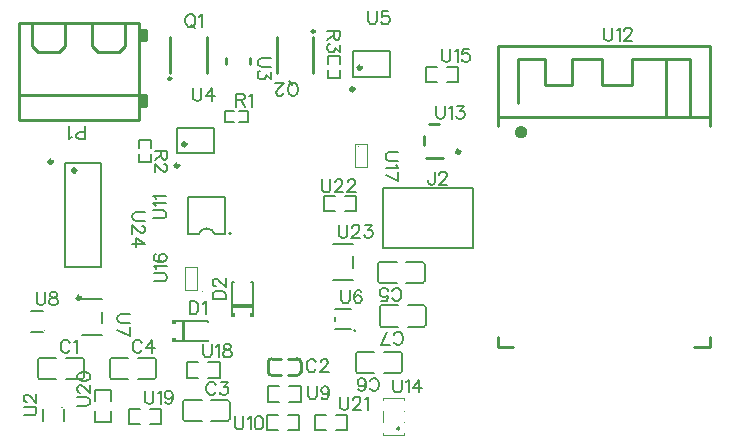
<source format=gto>
G04 Layer: TopSilkscreenLayer*
G04 EasyEDA v6.5.46, 2025-04-11 15:52:01*
G04 898f7cb4de8248389c9d67f31726504a,899b5eb0d7ee4baeb7bb73a579ea36e5,10*
G04 Gerber Generator version 0.2*
G04 Scale: 100 percent, Rotated: No, Reflected: No *
G04 Dimensions in millimeters *
G04 leading zeros omitted , absolute positions ,4 integer and 5 decimal *
%FSLAX45Y45*%
%MOMM*%

%ADD10C,0.1524*%
%ADD11C,0.2540*%
%ADD12C,0.2032*%
%ADD13C,0.2000*%
%ADD14C,0.1500*%
%ADD15C,0.1000*%
%ADD16C,0.3000*%
%ADD17C,0.0113*%

%LPD*%
D10*
X712978Y-2869692D02*
G01*
X707644Y-2859278D01*
X697229Y-2848863D01*
X687070Y-2843784D01*
X666242Y-2843784D01*
X655828Y-2848863D01*
X645413Y-2859278D01*
X640079Y-2869692D01*
X635000Y-2885439D01*
X635000Y-2911347D01*
X640079Y-2926842D01*
X645413Y-2937255D01*
X655828Y-2947670D01*
X666242Y-2952750D01*
X687070Y-2952750D01*
X697229Y-2947670D01*
X707644Y-2937255D01*
X712978Y-2926842D01*
X747268Y-2864612D02*
G01*
X757681Y-2859278D01*
X773176Y-2843784D01*
X773176Y-2952750D01*
X1944877Y-3225292D02*
G01*
X1939543Y-3214878D01*
X1929129Y-3204463D01*
X1918970Y-3199384D01*
X1898142Y-3199384D01*
X1887728Y-3204463D01*
X1877313Y-3214878D01*
X1871979Y-3225292D01*
X1866900Y-3241039D01*
X1866900Y-3266947D01*
X1871979Y-3282442D01*
X1877313Y-3292855D01*
X1887728Y-3303270D01*
X1898142Y-3308350D01*
X1918970Y-3308350D01*
X1929129Y-3303270D01*
X1939543Y-3292855D01*
X1944877Y-3282442D01*
X1989581Y-3199384D02*
G01*
X2046731Y-3199384D01*
X2015490Y-3241039D01*
X2030984Y-3241039D01*
X2041397Y-3246120D01*
X2046731Y-3251200D01*
X2051811Y-3266947D01*
X2051811Y-3277362D01*
X2046731Y-3292855D01*
X2036318Y-3303270D01*
X2020570Y-3308350D01*
X2005075Y-3308350D01*
X1989581Y-3303270D01*
X1984247Y-3298189D01*
X1979168Y-3287776D01*
X1322578Y-2869692D02*
G01*
X1317244Y-2859278D01*
X1306829Y-2848863D01*
X1296670Y-2843784D01*
X1275842Y-2843784D01*
X1265428Y-2848863D01*
X1255013Y-2859278D01*
X1249679Y-2869692D01*
X1244600Y-2885439D01*
X1244600Y-2911347D01*
X1249679Y-2926842D01*
X1255013Y-2937255D01*
X1265428Y-2947670D01*
X1275842Y-2952750D01*
X1296670Y-2952750D01*
X1306829Y-2947670D01*
X1317244Y-2937255D01*
X1322578Y-2926842D01*
X1408684Y-2843784D02*
G01*
X1356868Y-2916428D01*
X1434845Y-2916428D01*
X1408684Y-2843784D02*
G01*
X1408684Y-2952750D01*
X3439922Y-2489707D02*
G01*
X3445256Y-2500121D01*
X3455670Y-2510536D01*
X3465829Y-2515615D01*
X3486658Y-2515615D01*
X3497072Y-2510536D01*
X3507486Y-2500121D01*
X3512820Y-2489707D01*
X3517900Y-2473960D01*
X3517900Y-2448052D01*
X3512820Y-2432557D01*
X3507486Y-2422144D01*
X3497072Y-2411729D01*
X3486658Y-2406650D01*
X3465829Y-2406650D01*
X3455670Y-2411729D01*
X3445256Y-2422144D01*
X3439922Y-2432557D01*
X3343402Y-2515615D02*
G01*
X3395218Y-2515615D01*
X3400552Y-2468879D01*
X3395218Y-2473960D01*
X3379724Y-2479294D01*
X3364229Y-2479294D01*
X3348481Y-2473960D01*
X3338068Y-2463800D01*
X3332988Y-2448052D01*
X3332988Y-2437637D01*
X3338068Y-2422144D01*
X3348481Y-2411729D01*
X3364229Y-2406650D01*
X3379724Y-2406650D01*
X3395218Y-2411729D01*
X3400552Y-2416810D01*
X3405631Y-2427223D01*
X3249422Y-3251707D02*
G01*
X3254756Y-3262121D01*
X3265170Y-3272536D01*
X3275329Y-3277615D01*
X3296158Y-3277615D01*
X3306572Y-3272536D01*
X3316986Y-3262121D01*
X3322320Y-3251707D01*
X3327400Y-3235960D01*
X3327400Y-3210052D01*
X3322320Y-3194557D01*
X3316986Y-3184144D01*
X3306572Y-3173729D01*
X3296158Y-3168650D01*
X3275329Y-3168650D01*
X3265170Y-3173729D01*
X3254756Y-3184144D01*
X3249422Y-3194557D01*
X3152902Y-3262121D02*
G01*
X3157981Y-3272536D01*
X3173729Y-3277615D01*
X3183890Y-3277615D01*
X3199638Y-3272536D01*
X3210052Y-3256787D01*
X3215131Y-3230879D01*
X3215131Y-3204971D01*
X3210052Y-3184144D01*
X3199638Y-3173729D01*
X3183890Y-3168650D01*
X3178809Y-3168650D01*
X3163315Y-3173729D01*
X3152902Y-3184144D01*
X3147568Y-3199637D01*
X3147568Y-3204971D01*
X3152902Y-3220465D01*
X3163315Y-3230879D01*
X3178809Y-3235960D01*
X3183890Y-3235960D01*
X3199638Y-3230879D01*
X3210052Y-3220465D01*
X3215131Y-3204971D01*
X3452622Y-2858007D02*
G01*
X3457956Y-2868421D01*
X3468370Y-2878836D01*
X3478529Y-2883915D01*
X3499358Y-2883915D01*
X3509772Y-2878836D01*
X3520186Y-2868421D01*
X3525520Y-2858007D01*
X3530600Y-2842260D01*
X3530600Y-2816352D01*
X3525520Y-2800857D01*
X3520186Y-2790444D01*
X3509772Y-2780029D01*
X3499358Y-2774950D01*
X3478529Y-2774950D01*
X3468370Y-2780029D01*
X3457956Y-2790444D01*
X3452622Y-2800857D01*
X3345688Y-2883915D02*
G01*
X3397504Y-2774950D01*
X3418331Y-2883915D02*
G01*
X3345688Y-2883915D01*
X2795777Y-3034792D02*
G01*
X2790443Y-3024378D01*
X2780029Y-3013963D01*
X2769870Y-3008884D01*
X2749041Y-3008884D01*
X2738627Y-3013963D01*
X2728213Y-3024378D01*
X2722879Y-3034792D01*
X2717800Y-3050539D01*
X2717800Y-3076447D01*
X2722879Y-3091942D01*
X2728213Y-3102355D01*
X2738627Y-3112770D01*
X2749041Y-3117850D01*
X2769870Y-3117850D01*
X2780029Y-3112770D01*
X2790443Y-3102355D01*
X2795777Y-3091942D01*
X2835147Y-3034792D02*
G01*
X2835147Y-3029712D01*
X2840481Y-3019297D01*
X2845561Y-3013963D01*
X2855975Y-3008884D01*
X2876804Y-3008884D01*
X2887218Y-3013963D01*
X2892297Y-3019297D01*
X2897631Y-3029712D01*
X2897631Y-3040126D01*
X2892297Y-3050539D01*
X2881884Y-3066034D01*
X2830068Y-3117850D01*
X2902711Y-3117850D01*
X1727210Y-2517051D02*
G01*
X1727210Y-2626017D01*
X1727210Y-2517051D02*
G01*
X1763532Y-2517051D01*
X1779280Y-2522131D01*
X1789440Y-2532545D01*
X1794774Y-2542959D01*
X1799854Y-2558707D01*
X1799854Y-2584615D01*
X1794774Y-2600109D01*
X1789440Y-2610523D01*
X1779280Y-2620937D01*
X1763532Y-2626017D01*
X1727210Y-2626017D01*
X1834144Y-2537879D02*
G01*
X1844558Y-2532545D01*
X1860306Y-2517051D01*
X1860306Y-2626017D01*
X1920151Y-2501889D02*
G01*
X2029117Y-2501889D01*
X1920151Y-2501889D02*
G01*
X1920151Y-2465567D01*
X1925231Y-2449819D01*
X1935645Y-2439659D01*
X1946059Y-2434325D01*
X1961807Y-2429245D01*
X1987715Y-2429245D01*
X2003209Y-2434325D01*
X2013623Y-2439659D01*
X2024037Y-2449819D01*
X2029117Y-2465567D01*
X2029117Y-2501889D01*
X1946059Y-2389621D02*
G01*
X1940979Y-2389621D01*
X1930565Y-2384541D01*
X1925231Y-2379207D01*
X1920151Y-2368793D01*
X1920151Y-2348219D01*
X1925231Y-2337805D01*
X1930565Y-2332471D01*
X1940979Y-2327391D01*
X1951393Y-2327391D01*
X1961807Y-2332471D01*
X1977301Y-2342885D01*
X2029117Y-2394955D01*
X2029117Y-2322057D01*
X3798570Y-1421384D02*
G01*
X3798570Y-1504442D01*
X3793236Y-1520189D01*
X3788156Y-1525270D01*
X3777741Y-1530350D01*
X3767327Y-1530350D01*
X3756913Y-1525270D01*
X3751579Y-1520189D01*
X3746500Y-1504442D01*
X3746500Y-1494028D01*
X3837940Y-1447292D02*
G01*
X3837940Y-1442212D01*
X3843020Y-1431797D01*
X3848354Y-1426463D01*
X3858768Y-1421384D01*
X3879595Y-1421384D01*
X3890009Y-1426463D01*
X3895090Y-1431797D01*
X3900170Y-1442212D01*
X3900170Y-1452626D01*
X3895090Y-1463039D01*
X3884675Y-1478534D01*
X3832859Y-1530350D01*
X3905504Y-1530350D01*
X838200Y-1144015D02*
G01*
X838200Y-1035050D01*
X838200Y-1144015D02*
G01*
X791463Y-1144015D01*
X775970Y-1138936D01*
X770636Y-1133602D01*
X765555Y-1123187D01*
X765555Y-1107694D01*
X770636Y-1097279D01*
X775970Y-1092200D01*
X791463Y-1086865D01*
X838200Y-1086865D01*
X731265Y-1123187D02*
G01*
X720852Y-1128521D01*
X705104Y-1144015D01*
X705104Y-1035050D01*
X1720342Y-87871D02*
G01*
X1709928Y-92951D01*
X1699513Y-103365D01*
X1694179Y-113779D01*
X1689100Y-129527D01*
X1689100Y-155435D01*
X1694179Y-170929D01*
X1699513Y-181343D01*
X1709928Y-191757D01*
X1720342Y-196837D01*
X1741170Y-196837D01*
X1751329Y-191757D01*
X1761744Y-181343D01*
X1767078Y-170929D01*
X1772157Y-155435D01*
X1772157Y-129527D01*
X1767078Y-113779D01*
X1761744Y-103365D01*
X1751329Y-92951D01*
X1741170Y-87871D01*
X1720342Y-87871D01*
X1735836Y-176263D02*
G01*
X1767078Y-207251D01*
X1806447Y-108699D02*
G01*
X1816862Y-103365D01*
X1832610Y-87871D01*
X1832610Y-196837D01*
X2610358Y-775728D02*
G01*
X2620772Y-770648D01*
X2631186Y-760234D01*
X2636520Y-749820D01*
X2641600Y-734072D01*
X2641600Y-708164D01*
X2636520Y-692670D01*
X2631186Y-682256D01*
X2620772Y-671842D01*
X2610358Y-666762D01*
X2589529Y-666762D01*
X2579370Y-671842D01*
X2568956Y-682256D01*
X2563622Y-692670D01*
X2558541Y-708164D01*
X2558541Y-734072D01*
X2563622Y-749820D01*
X2568956Y-760234D01*
X2579370Y-770648D01*
X2589529Y-775728D01*
X2610358Y-775728D01*
X2594863Y-687336D02*
G01*
X2563622Y-656348D01*
X2518918Y-749820D02*
G01*
X2518918Y-754900D01*
X2513838Y-765314D01*
X2508504Y-770648D01*
X2498090Y-775728D01*
X2477515Y-775728D01*
X2467102Y-770648D01*
X2461768Y-765314D01*
X2456688Y-754900D01*
X2456688Y-744486D01*
X2461768Y-734072D01*
X2472181Y-718578D01*
X2524252Y-666762D01*
X2451354Y-666762D01*
X2120900Y-760984D02*
G01*
X2120900Y-869950D01*
X2120900Y-760984D02*
G01*
X2167636Y-760984D01*
X2183129Y-766063D01*
X2188463Y-771397D01*
X2193543Y-781812D01*
X2193543Y-792226D01*
X2188463Y-802639D01*
X2183129Y-807720D01*
X2167636Y-812800D01*
X2120900Y-812800D01*
X2157222Y-812800D02*
G01*
X2193543Y-869950D01*
X2227834Y-781812D02*
G01*
X2238247Y-776478D01*
X2253995Y-760984D01*
X2253995Y-869950D01*
X1537715Y-1244600D02*
G01*
X1428750Y-1244600D01*
X1537715Y-1244600D02*
G01*
X1537715Y-1291336D01*
X1532636Y-1306829D01*
X1527302Y-1312163D01*
X1516887Y-1317244D01*
X1506473Y-1317244D01*
X1496060Y-1312163D01*
X1490979Y-1306829D01*
X1485900Y-1291336D01*
X1485900Y-1244600D01*
X1485900Y-1280921D02*
G01*
X1428750Y-1317244D01*
X1511807Y-1356868D02*
G01*
X1516887Y-1356868D01*
X1527302Y-1361947D01*
X1532636Y-1367281D01*
X1537715Y-1377695D01*
X1537715Y-1398270D01*
X1532636Y-1408684D01*
X1527302Y-1414018D01*
X1516887Y-1419097D01*
X1506473Y-1419097D01*
X1496060Y-1414018D01*
X1480565Y-1403604D01*
X1428750Y-1351534D01*
X1428750Y-1424431D01*
X2998215Y-228600D02*
G01*
X2889250Y-228600D01*
X2998215Y-228600D02*
G01*
X2998215Y-275336D01*
X2993136Y-290829D01*
X2987802Y-296163D01*
X2977388Y-301244D01*
X2966974Y-301244D01*
X2956559Y-296163D01*
X2951479Y-290829D01*
X2946400Y-275336D01*
X2946400Y-228600D01*
X2946400Y-264921D02*
G01*
X2889250Y-301244D01*
X2998215Y-345947D02*
G01*
X2998215Y-403097D01*
X2956559Y-372110D01*
X2956559Y-387604D01*
X2951479Y-398018D01*
X2946400Y-403097D01*
X2930652Y-408431D01*
X2920238Y-408431D01*
X2904743Y-403097D01*
X2894329Y-392684D01*
X2889250Y-377189D01*
X2889250Y-361695D01*
X2894329Y-345947D01*
X2899409Y-340868D01*
X2909824Y-335534D01*
X318782Y-3482098D02*
G01*
X396760Y-3482098D01*
X412254Y-3477018D01*
X422668Y-3466604D01*
X427748Y-3450856D01*
X427748Y-3440442D01*
X422668Y-3424948D01*
X412254Y-3414534D01*
X396760Y-3409454D01*
X318782Y-3409454D01*
X344690Y-3369830D02*
G01*
X339610Y-3369830D01*
X329196Y-3364750D01*
X323862Y-3359416D01*
X318782Y-3349002D01*
X318782Y-3328428D01*
X323862Y-3318014D01*
X329196Y-3312680D01*
X339610Y-3307600D01*
X350024Y-3307600D01*
X360438Y-3312680D01*
X375932Y-3323094D01*
X427748Y-3375164D01*
X427748Y-3302266D01*
X429501Y-2439682D02*
G01*
X429501Y-2517660D01*
X434581Y-2533154D01*
X444995Y-2543568D01*
X460743Y-2548648D01*
X471157Y-2548648D01*
X486651Y-2543568D01*
X497065Y-2533154D01*
X502145Y-2517660D01*
X502145Y-2439682D01*
X562597Y-2439682D02*
G01*
X546849Y-2444762D01*
X541769Y-2455176D01*
X541769Y-2465590D01*
X546849Y-2476004D01*
X557263Y-2481338D01*
X578091Y-2486418D01*
X593585Y-2491498D01*
X603999Y-2501912D01*
X609333Y-2512326D01*
X609333Y-2528074D01*
X603999Y-2538488D01*
X598919Y-2543568D01*
X583171Y-2548648D01*
X562597Y-2548648D01*
X546849Y-2543568D01*
X541769Y-2538488D01*
X536435Y-2528074D01*
X536435Y-2512326D01*
X541769Y-2501912D01*
X552183Y-2491498D01*
X567677Y-2486418D01*
X588505Y-2481338D01*
X598919Y-2476004D01*
X603999Y-2465590D01*
X603999Y-2455176D01*
X598919Y-2444762D01*
X583171Y-2439682D01*
X562597Y-2439682D01*
X2411806Y-459397D02*
G01*
X2333828Y-459397D01*
X2318334Y-464477D01*
X2307920Y-474891D01*
X2302840Y-490639D01*
X2302840Y-501053D01*
X2307920Y-516547D01*
X2318334Y-526961D01*
X2333828Y-532041D01*
X2411806Y-532041D01*
X2411806Y-576745D02*
G01*
X2411806Y-633895D01*
X2370150Y-602907D01*
X2370150Y-618401D01*
X2365070Y-628815D01*
X2359990Y-633895D01*
X2344242Y-639229D01*
X2333828Y-639229D01*
X2318334Y-633895D01*
X2307920Y-623481D01*
X2302840Y-607987D01*
X2302840Y-592493D01*
X2307920Y-576745D01*
X2313000Y-571665D01*
X2323414Y-566331D01*
X1752600Y-710184D02*
G01*
X1752600Y-788162D01*
X1757679Y-803655D01*
X1768094Y-814070D01*
X1783842Y-819150D01*
X1794255Y-819150D01*
X1809750Y-814070D01*
X1820163Y-803655D01*
X1825244Y-788162D01*
X1825244Y-710184D01*
X1911604Y-710184D02*
G01*
X1859534Y-782828D01*
X1937511Y-782828D01*
X1911604Y-710184D02*
G01*
X1911604Y-819150D01*
X3238500Y-62484D02*
G01*
X3238500Y-140462D01*
X3243579Y-155955D01*
X3253993Y-166370D01*
X3269741Y-171450D01*
X3280156Y-171450D01*
X3295650Y-166370D01*
X3306063Y-155955D01*
X3311143Y-140462D01*
X3311143Y-62484D01*
X3407918Y-62484D02*
G01*
X3355847Y-62484D01*
X3350768Y-109220D01*
X3355847Y-104139D01*
X3371595Y-98805D01*
X3387090Y-98805D01*
X3402584Y-104139D01*
X3412997Y-114300D01*
X3418331Y-130047D01*
X3418331Y-140462D01*
X3412997Y-155955D01*
X3402584Y-166370D01*
X3387090Y-171450D01*
X3371595Y-171450D01*
X3355847Y-166370D01*
X3350768Y-161289D01*
X3345434Y-150876D01*
X3010408Y-2424696D02*
G01*
X3010408Y-2502674D01*
X3015488Y-2518168D01*
X3025902Y-2528582D01*
X3041650Y-2533662D01*
X3052063Y-2533662D01*
X3067558Y-2528582D01*
X3077972Y-2518168D01*
X3083052Y-2502674D01*
X3083052Y-2424696D01*
X3179825Y-2440190D02*
G01*
X3174491Y-2429776D01*
X3158997Y-2424696D01*
X3148584Y-2424696D01*
X3133090Y-2429776D01*
X3122675Y-2445524D01*
X3117341Y-2471432D01*
X3117341Y-2497340D01*
X3122675Y-2518168D01*
X3133090Y-2528582D01*
X3148584Y-2533662D01*
X3153918Y-2533662D01*
X3169411Y-2528582D01*
X3179825Y-2518168D01*
X3184906Y-2502674D01*
X3184906Y-2497340D01*
X3179825Y-2481846D01*
X3169411Y-2471432D01*
X3153918Y-2466352D01*
X3148584Y-2466352D01*
X3133090Y-2471432D01*
X3122675Y-2481846D01*
X3117341Y-2497340D01*
X1220215Y-2628900D02*
G01*
X1142237Y-2628900D01*
X1126744Y-2633979D01*
X1116329Y-2644394D01*
X1111250Y-2660142D01*
X1111250Y-2670555D01*
X1116329Y-2686050D01*
X1126744Y-2696463D01*
X1142237Y-2701544D01*
X1220215Y-2701544D01*
X1220215Y-2808731D02*
G01*
X1111250Y-2756662D01*
X1220215Y-2735834D02*
G01*
X1220215Y-2808731D01*
X2730500Y-3237484D02*
G01*
X2730500Y-3315462D01*
X2735579Y-3330955D01*
X2745993Y-3341370D01*
X2761741Y-3346450D01*
X2772156Y-3346450D01*
X2787650Y-3341370D01*
X2798063Y-3330955D01*
X2803143Y-3315462D01*
X2803143Y-3237484D01*
X2904997Y-3273805D02*
G01*
X2899918Y-3289300D01*
X2889504Y-3299713D01*
X2874009Y-3305047D01*
X2868675Y-3305047D01*
X2853181Y-3299713D01*
X2842768Y-3289300D01*
X2837434Y-3273805D01*
X2837434Y-3268726D01*
X2842768Y-3252978D01*
X2853181Y-3242563D01*
X2868675Y-3237484D01*
X2874009Y-3237484D01*
X2889504Y-3242563D01*
X2899918Y-3252978D01*
X2904997Y-3273805D01*
X2904997Y-3299713D01*
X2899918Y-3325876D01*
X2889504Y-3341370D01*
X2874009Y-3346450D01*
X2863595Y-3346450D01*
X2847847Y-3341370D01*
X2842768Y-3330955D01*
X2108200Y-3491484D02*
G01*
X2108200Y-3569462D01*
X2113279Y-3584955D01*
X2123693Y-3595370D01*
X2139441Y-3600450D01*
X2149856Y-3600450D01*
X2165350Y-3595370D01*
X2175763Y-3584955D01*
X2180843Y-3569462D01*
X2180843Y-3491484D01*
X2215134Y-3512312D02*
G01*
X2225547Y-3506978D01*
X2241295Y-3491484D01*
X2241295Y-3600450D01*
X2306574Y-3491484D02*
G01*
X2291079Y-3496563D01*
X2280665Y-3512312D01*
X2275586Y-3538220D01*
X2275586Y-3553713D01*
X2280665Y-3579876D01*
X2291079Y-3595370D01*
X2306574Y-3600450D01*
X2316988Y-3600450D01*
X2332736Y-3595370D01*
X2343150Y-3579876D01*
X2348229Y-3553713D01*
X2348229Y-3538220D01*
X2343150Y-3512312D01*
X2332736Y-3496563D01*
X2316988Y-3491484D01*
X2306574Y-3491484D01*
X3860800Y-379984D02*
G01*
X3860800Y-457962D01*
X3865879Y-473455D01*
X3876293Y-483870D01*
X3892041Y-488950D01*
X3902456Y-488950D01*
X3917950Y-483870D01*
X3928363Y-473455D01*
X3933443Y-457962D01*
X3933443Y-379984D01*
X3967734Y-400812D02*
G01*
X3978147Y-395478D01*
X3993895Y-379984D01*
X3993895Y-488950D01*
X4090415Y-379984D02*
G01*
X4038600Y-379984D01*
X4033265Y-426720D01*
X4038600Y-421639D01*
X4054093Y-416305D01*
X4069588Y-416305D01*
X4085336Y-421639D01*
X4095750Y-431800D01*
X4100829Y-447547D01*
X4100829Y-457962D01*
X4095750Y-473455D01*
X4085336Y-483870D01*
X4069588Y-488950D01*
X4054093Y-488950D01*
X4038600Y-483870D01*
X4033265Y-478789D01*
X4028186Y-468376D01*
X1841500Y-2881884D02*
G01*
X1841500Y-2959862D01*
X1846579Y-2975355D01*
X1856994Y-2985770D01*
X1872742Y-2990850D01*
X1883155Y-2990850D01*
X1898650Y-2985770D01*
X1909063Y-2975355D01*
X1914144Y-2959862D01*
X1914144Y-2881884D01*
X1948434Y-2902712D02*
G01*
X1958847Y-2897378D01*
X1974595Y-2881884D01*
X1974595Y-2990850D01*
X2034793Y-2881884D02*
G01*
X2019300Y-2886963D01*
X2013965Y-2897378D01*
X2013965Y-2907792D01*
X2019300Y-2918205D01*
X2029459Y-2923539D01*
X2050288Y-2928620D01*
X2066036Y-2933700D01*
X2076450Y-2944113D01*
X2081529Y-2954528D01*
X2081529Y-2970276D01*
X2076450Y-2980689D01*
X2071115Y-2985770D01*
X2055622Y-2990850D01*
X2034793Y-2990850D01*
X2019300Y-2985770D01*
X2013965Y-2980689D01*
X2008886Y-2970276D01*
X2008886Y-2954528D01*
X2013965Y-2944113D01*
X2024379Y-2933700D01*
X2039874Y-2928620D01*
X2060702Y-2923539D01*
X2071115Y-2918205D01*
X2076450Y-2907792D01*
X2076450Y-2897378D01*
X2071115Y-2886963D01*
X2055622Y-2881884D01*
X2034793Y-2881884D01*
X1346200Y-3275584D02*
G01*
X1346200Y-3353562D01*
X1351279Y-3369055D01*
X1361694Y-3379470D01*
X1377442Y-3384550D01*
X1387855Y-3384550D01*
X1403350Y-3379470D01*
X1413763Y-3369055D01*
X1418844Y-3353562D01*
X1418844Y-3275584D01*
X1453134Y-3296412D02*
G01*
X1463547Y-3291078D01*
X1479295Y-3275584D01*
X1479295Y-3384550D01*
X1581150Y-3311905D02*
G01*
X1575815Y-3327400D01*
X1565402Y-3337813D01*
X1549907Y-3343147D01*
X1544573Y-3343147D01*
X1529079Y-3337813D01*
X1518665Y-3327400D01*
X1513586Y-3311905D01*
X1513586Y-3306826D01*
X1518665Y-3291078D01*
X1529079Y-3280663D01*
X1544573Y-3275584D01*
X1549907Y-3275584D01*
X1565402Y-3280663D01*
X1575815Y-3291078D01*
X1581150Y-3311905D01*
X1581150Y-3337813D01*
X1575815Y-3363976D01*
X1565402Y-3379470D01*
X1549907Y-3384550D01*
X1539494Y-3384550D01*
X1524000Y-3379470D01*
X1518665Y-3369055D01*
X773684Y-3403600D02*
G01*
X851662Y-3403600D01*
X867155Y-3398520D01*
X877570Y-3388105D01*
X882650Y-3372357D01*
X882650Y-3361944D01*
X877570Y-3346450D01*
X867155Y-3336036D01*
X851662Y-3330955D01*
X773684Y-3330955D01*
X799592Y-3291331D02*
G01*
X794512Y-3291331D01*
X784097Y-3286252D01*
X778763Y-3280918D01*
X773684Y-3270504D01*
X773684Y-3249929D01*
X778763Y-3239515D01*
X784097Y-3234181D01*
X794512Y-3229102D01*
X804926Y-3229102D01*
X815339Y-3234181D01*
X830834Y-3244595D01*
X882650Y-3296665D01*
X882650Y-3223768D01*
X773684Y-3158489D02*
G01*
X778763Y-3173984D01*
X794512Y-3184397D01*
X820420Y-3189478D01*
X835913Y-3189478D01*
X862076Y-3184397D01*
X877570Y-3173984D01*
X882650Y-3158489D01*
X882650Y-3148076D01*
X877570Y-3132328D01*
X862076Y-3121913D01*
X835913Y-3116834D01*
X820420Y-3116834D01*
X794512Y-3121913D01*
X778763Y-3132328D01*
X773684Y-3148076D01*
X773684Y-3158489D01*
X2997200Y-3326384D02*
G01*
X2997200Y-3404362D01*
X3002279Y-3419855D01*
X3012693Y-3430270D01*
X3028441Y-3435350D01*
X3038856Y-3435350D01*
X3054350Y-3430270D01*
X3064763Y-3419855D01*
X3069843Y-3404362D01*
X3069843Y-3326384D01*
X3109468Y-3352292D02*
G01*
X3109468Y-3347212D01*
X3114547Y-3336797D01*
X3119881Y-3331463D01*
X3130295Y-3326384D01*
X3150870Y-3326384D01*
X3161284Y-3331463D01*
X3166618Y-3336797D01*
X3171697Y-3347212D01*
X3171697Y-3357626D01*
X3166618Y-3368039D01*
X3156204Y-3383534D01*
X3104134Y-3435350D01*
X3177031Y-3435350D01*
X3211322Y-3347212D02*
G01*
X3221736Y-3341878D01*
X3237229Y-3326384D01*
X3237229Y-3435350D01*
X2844800Y-1484884D02*
G01*
X2844800Y-1562862D01*
X2849879Y-1578355D01*
X2860293Y-1588770D01*
X2876041Y-1593850D01*
X2886456Y-1593850D01*
X2901950Y-1588770D01*
X2912363Y-1578355D01*
X2917443Y-1562862D01*
X2917443Y-1484884D01*
X2957068Y-1510792D02*
G01*
X2957068Y-1505712D01*
X2962147Y-1495297D01*
X2967481Y-1489963D01*
X2977895Y-1484884D01*
X2998470Y-1484884D01*
X3008884Y-1489963D01*
X3014218Y-1495297D01*
X3019297Y-1505712D01*
X3019297Y-1516126D01*
X3014218Y-1526539D01*
X3003804Y-1542034D01*
X2951734Y-1593850D01*
X3024631Y-1593850D01*
X3064002Y-1510792D02*
G01*
X3064002Y-1505712D01*
X3069336Y-1495297D01*
X3074415Y-1489963D01*
X3084829Y-1484884D01*
X3105658Y-1484884D01*
X3116072Y-1489963D01*
X3121152Y-1495297D01*
X3126486Y-1505712D01*
X3126486Y-1516126D01*
X3121152Y-1526539D01*
X3110738Y-1542034D01*
X3058922Y-1593850D01*
X3131565Y-1593850D01*
X1418132Y-1816341D02*
G01*
X1496110Y-1816341D01*
X1511604Y-1811261D01*
X1522018Y-1800847D01*
X1527098Y-1785099D01*
X1527098Y-1774685D01*
X1522018Y-1759191D01*
X1511604Y-1748777D01*
X1496110Y-1743697D01*
X1418132Y-1743697D01*
X1438960Y-1709407D02*
G01*
X1433626Y-1698993D01*
X1418132Y-1683245D01*
X1527098Y-1683245D01*
X1438960Y-1648955D02*
G01*
X1433626Y-1638541D01*
X1418132Y-1623047D01*
X1527098Y-1623047D01*
X5232400Y-201688D02*
G01*
X5232400Y-279666D01*
X5237479Y-295160D01*
X5247893Y-305574D01*
X5263641Y-310654D01*
X5274056Y-310654D01*
X5289550Y-305574D01*
X5299963Y-295160D01*
X5305043Y-279666D01*
X5305043Y-201688D01*
X5339334Y-222516D02*
G01*
X5349747Y-217182D01*
X5365495Y-201688D01*
X5365495Y-310654D01*
X5404865Y-227596D02*
G01*
X5404865Y-222516D01*
X5410200Y-212102D01*
X5415279Y-206768D01*
X5425693Y-201688D01*
X5446522Y-201688D01*
X5456936Y-206768D01*
X5462015Y-212102D01*
X5467350Y-222516D01*
X5467350Y-232930D01*
X5462015Y-243344D01*
X5451602Y-258838D01*
X5399786Y-310654D01*
X5472429Y-310654D01*
X3812989Y-862495D02*
G01*
X3812989Y-940473D01*
X3818069Y-955967D01*
X3828483Y-966381D01*
X3844231Y-971461D01*
X3854645Y-971461D01*
X3870139Y-966381D01*
X3880553Y-955967D01*
X3885633Y-940473D01*
X3885633Y-862495D01*
X3919923Y-883323D02*
G01*
X3930337Y-877989D01*
X3946085Y-862495D01*
X3946085Y-971461D01*
X3990789Y-862495D02*
G01*
X4047939Y-862495D01*
X4016697Y-904151D01*
X4032191Y-904151D01*
X4042605Y-909231D01*
X4047939Y-914311D01*
X4053019Y-930059D01*
X4053019Y-940473D01*
X4047939Y-955967D01*
X4037525Y-966381D01*
X4021777Y-971461D01*
X4006283Y-971461D01*
X3990789Y-966381D01*
X3985455Y-961301D01*
X3980375Y-950887D01*
X3448011Y-3180308D02*
G01*
X3448011Y-3258286D01*
X3453091Y-3273780D01*
X3463505Y-3284194D01*
X3479253Y-3289274D01*
X3489667Y-3289274D01*
X3505161Y-3284194D01*
X3515575Y-3273780D01*
X3520655Y-3258286D01*
X3520655Y-3180308D01*
X3554945Y-3201136D02*
G01*
X3565359Y-3195802D01*
X3581107Y-3180308D01*
X3581107Y-3289274D01*
X3667213Y-3180308D02*
G01*
X3615397Y-3252952D01*
X3693121Y-3252952D01*
X3667213Y-3180308D02*
G01*
X3667213Y-3289274D01*
X1421384Y-2349500D02*
G01*
X1499362Y-2349500D01*
X1514855Y-2344420D01*
X1525270Y-2334005D01*
X1530350Y-2318257D01*
X1530350Y-2307844D01*
X1525270Y-2292350D01*
X1514855Y-2281936D01*
X1499362Y-2276855D01*
X1421384Y-2276855D01*
X1442212Y-2242565D02*
G01*
X1436878Y-2232152D01*
X1421384Y-2216404D01*
X1530350Y-2216404D01*
X1436878Y-2119884D02*
G01*
X1426463Y-2124963D01*
X1421384Y-2140712D01*
X1421384Y-2151126D01*
X1426463Y-2166620D01*
X1442212Y-2177034D01*
X1468120Y-2182113D01*
X1494028Y-2182113D01*
X1514855Y-2177034D01*
X1525270Y-2166620D01*
X1530350Y-2151126D01*
X1530350Y-2145792D01*
X1525270Y-2130297D01*
X1514855Y-2119884D01*
X1499362Y-2114550D01*
X1494028Y-2114550D01*
X1478534Y-2119884D01*
X1468120Y-2130297D01*
X1463039Y-2145792D01*
X1463039Y-2151126D01*
X1468120Y-2166620D01*
X1478534Y-2177034D01*
X1494028Y-2182113D01*
X3493515Y-1257300D02*
G01*
X3415538Y-1257300D01*
X3400043Y-1262379D01*
X3389629Y-1272794D01*
X3384550Y-1288542D01*
X3384550Y-1298955D01*
X3389629Y-1314450D01*
X3400043Y-1324863D01*
X3415538Y-1329944D01*
X3493515Y-1329944D01*
X3472688Y-1364234D02*
G01*
X3478022Y-1374647D01*
X3493515Y-1390395D01*
X3384550Y-1390395D01*
X3493515Y-1497329D02*
G01*
X3384550Y-1445260D01*
X3493515Y-1424686D02*
G01*
X3493515Y-1497329D01*
X2988104Y-1869475D02*
G01*
X2988104Y-1947453D01*
X2993184Y-1962947D01*
X3003598Y-1973361D01*
X3019346Y-1978441D01*
X3029760Y-1978441D01*
X3045254Y-1973361D01*
X3055668Y-1962947D01*
X3060748Y-1947453D01*
X3060748Y-1869475D01*
X3100372Y-1895383D02*
G01*
X3100372Y-1890303D01*
X3105452Y-1879889D01*
X3110786Y-1874555D01*
X3121200Y-1869475D01*
X3141774Y-1869475D01*
X3152188Y-1874555D01*
X3157522Y-1879889D01*
X3162602Y-1890303D01*
X3162602Y-1900717D01*
X3157522Y-1911131D01*
X3147108Y-1926625D01*
X3095038Y-1978441D01*
X3167936Y-1978441D01*
X3212640Y-1869475D02*
G01*
X3269790Y-1869475D01*
X3238548Y-1911131D01*
X3254042Y-1911131D01*
X3264456Y-1916211D01*
X3269790Y-1921291D01*
X3274870Y-1937039D01*
X3274870Y-1947453D01*
X3269790Y-1962947D01*
X3259376Y-1973361D01*
X3243628Y-1978441D01*
X3228134Y-1978441D01*
X3212640Y-1973361D01*
X3207306Y-1968281D01*
X3202226Y-1957867D01*
X1347210Y-1765300D02*
G01*
X1269232Y-1765300D01*
X1253738Y-1770379D01*
X1243324Y-1780794D01*
X1238244Y-1796542D01*
X1238244Y-1806955D01*
X1243324Y-1822450D01*
X1253738Y-1832863D01*
X1269232Y-1837944D01*
X1347210Y-1837944D01*
X1321302Y-1877568D02*
G01*
X1326382Y-1877568D01*
X1336796Y-1882647D01*
X1342130Y-1887981D01*
X1347210Y-1898395D01*
X1347210Y-1918970D01*
X1342130Y-1929384D01*
X1336796Y-1934718D01*
X1326382Y-1939797D01*
X1315968Y-1939797D01*
X1305554Y-1934718D01*
X1290060Y-1924304D01*
X1238244Y-1872234D01*
X1238244Y-1945131D01*
X1347210Y-2031237D02*
G01*
X1274566Y-1979421D01*
X1274566Y-2057400D01*
X1347210Y-2031237D02*
G01*
X1238244Y-2031237D01*
G36*
X1579422Y-2831846D02*
G01*
X1579422Y-2863850D01*
X1609902Y-2863850D01*
X1609902Y-2831846D01*
G37*
G36*
X1579422Y-2673350D02*
G01*
X1579422Y-2705354D01*
X1609902Y-2705354D01*
X1609902Y-2673350D01*
G37*
G36*
X1656892Y-2680614D02*
G01*
X1656892Y-2855823D01*
X1685899Y-2855823D01*
X1685899Y-2680614D01*
G37*
G36*
X2234946Y-2619197D02*
G01*
X2234946Y-2649677D01*
X2266950Y-2649677D01*
X2266950Y-2619197D01*
G37*
G36*
X2076450Y-2619197D02*
G01*
X2076450Y-2649677D01*
X2108454Y-2649677D01*
X2108454Y-2619197D01*
G37*
G36*
X2083714Y-2543200D02*
G01*
X2083714Y-2572207D01*
X2258923Y-2572207D01*
X2258923Y-2543200D01*
G37*
G36*
X1295400Y-219100D02*
G01*
X1295400Y-304800D01*
X1358900Y-304800D01*
X1358900Y-219100D01*
G37*
G36*
X1295400Y-774700D02*
G01*
X1295400Y-863600D01*
X1298600Y-860399D01*
X1358900Y-860399D01*
X1358900Y-774700D01*
G37*
G36*
X4532376Y-1031036D02*
G01*
X4525772Y-1031443D01*
X4519269Y-1032713D01*
X4512919Y-1034745D01*
X4506925Y-1037590D01*
X4501337Y-1041146D01*
X4496206Y-1045362D01*
X4491685Y-1050188D01*
X4487773Y-1055573D01*
X4484573Y-1061415D01*
X4482134Y-1067562D01*
X4480458Y-1074013D01*
X4479645Y-1080566D01*
X4479645Y-1087221D01*
X4480458Y-1093825D01*
X4482134Y-1100226D01*
X4484573Y-1106424D01*
X4487773Y-1112215D01*
X4491685Y-1117600D01*
X4496206Y-1122426D01*
X4501337Y-1126642D01*
X4506925Y-1130198D01*
X4512919Y-1133043D01*
X4519269Y-1135075D01*
X4525772Y-1136345D01*
X4532376Y-1136751D01*
X4539030Y-1136345D01*
X4545533Y-1135075D01*
X4551883Y-1133043D01*
X4557877Y-1130198D01*
X4563465Y-1126642D01*
X4568596Y-1122426D01*
X4573117Y-1117600D01*
X4577029Y-1112215D01*
X4580229Y-1106424D01*
X4582668Y-1100226D01*
X4584344Y-1093825D01*
X4585157Y-1087221D01*
X4585157Y-1080566D01*
X4584344Y-1074013D01*
X4582668Y-1067562D01*
X4580229Y-1061415D01*
X4577029Y-1055573D01*
X4573117Y-1050188D01*
X4568596Y-1045362D01*
X4563465Y-1041146D01*
X4557877Y-1037590D01*
X4551883Y-1034745D01*
X4545533Y-1032713D01*
X4539030Y-1031443D01*
G37*
G36*
X3491534Y-3576218D02*
G01*
X3487724Y-3576828D01*
X3485896Y-3577437D01*
X3482492Y-3579266D01*
X3479596Y-3581806D01*
X3477260Y-3584905D01*
X3475685Y-3588410D01*
X3474872Y-3592169D01*
X3474872Y-3596030D01*
X3475685Y-3599789D01*
X3477260Y-3603294D01*
X3479596Y-3606393D01*
X3482492Y-3608933D01*
X3485896Y-3610762D01*
X3489604Y-3611778D01*
X3493465Y-3611981D01*
X3497275Y-3611372D01*
X3499104Y-3610762D01*
X3502507Y-3608933D01*
X3505403Y-3606393D01*
X3507740Y-3603294D01*
X3508654Y-3601618D01*
X3509822Y-3597960D01*
X3510178Y-3594100D01*
X3509822Y-3590239D01*
X3508654Y-3586581D01*
X3506673Y-3583279D01*
X3504031Y-3580434D01*
X3500831Y-3578301D01*
X3499104Y-3577437D01*
X3495395Y-3576421D01*
G37*
X816119Y-2995739D02*
G01*
X675119Y-2995739D01*
X675119Y-3176460D02*
G01*
X816119Y-3176460D01*
X831359Y-3161220D02*
G01*
X831359Y-3010979D01*
X453880Y-2995739D02*
G01*
X594880Y-2995739D01*
X594880Y-3176460D02*
G01*
X453880Y-3176460D01*
X438640Y-3161220D02*
G01*
X438640Y-3010979D01*
X2048019Y-3351339D02*
G01*
X1907019Y-3351339D01*
X1907019Y-3532060D02*
G01*
X2048019Y-3532060D01*
X2063259Y-3516820D02*
G01*
X2063259Y-3366579D01*
X1685780Y-3351339D02*
G01*
X1826780Y-3351339D01*
X1826780Y-3532060D02*
G01*
X1685780Y-3532060D01*
X1670540Y-3516820D02*
G01*
X1670540Y-3366579D01*
X1425719Y-2995739D02*
G01*
X1284719Y-2995739D01*
X1284719Y-3176460D02*
G01*
X1425719Y-3176460D01*
X1440959Y-3161220D02*
G01*
X1440959Y-3010979D01*
X1063480Y-2995739D02*
G01*
X1204480Y-2995739D01*
X1204480Y-3176460D02*
G01*
X1063480Y-3176460D01*
X1048240Y-3161220D02*
G01*
X1048240Y-3010979D01*
X3336780Y-2363660D02*
G01*
X3477780Y-2363660D01*
X3477780Y-2182939D02*
G01*
X3336780Y-2182939D01*
X3321540Y-2198179D02*
G01*
X3321540Y-2348420D01*
X3699019Y-2363660D02*
G01*
X3558019Y-2363660D01*
X3558019Y-2182939D02*
G01*
X3699019Y-2182939D01*
X3714259Y-2198179D02*
G01*
X3714259Y-2348420D01*
X3146280Y-3125660D02*
G01*
X3287280Y-3125660D01*
X3287280Y-2944939D02*
G01*
X3146280Y-2944939D01*
X3131040Y-2960179D02*
G01*
X3131040Y-3110420D01*
X3508519Y-3125660D02*
G01*
X3367519Y-3125660D01*
X3367519Y-2944939D02*
G01*
X3508519Y-2944939D01*
X3523759Y-2960179D02*
G01*
X3523759Y-3110420D01*
X3349480Y-2731960D02*
G01*
X3490480Y-2731960D01*
X3490480Y-2551239D02*
G01*
X3349480Y-2551239D01*
X3334240Y-2566479D02*
G01*
X3334240Y-2716720D01*
X3711719Y-2731960D02*
G01*
X3570719Y-2731960D01*
X3570719Y-2551239D02*
G01*
X3711719Y-2551239D01*
X3726959Y-2566479D02*
G01*
X3726959Y-2716720D01*
D11*
X2499281Y-3144357D02*
G01*
X2419283Y-3144357D01*
X2555326Y-3144403D02*
G01*
X2635323Y-3144403D01*
X2499281Y-3002389D02*
G01*
X2419283Y-3002389D01*
X2555326Y-3002437D02*
G01*
X2635323Y-3002437D01*
X2388308Y-3113374D02*
G01*
X2388308Y-3033369D01*
X2666301Y-3033422D02*
G01*
X2666301Y-3113425D01*
D10*
X1877522Y-2680977D02*
G01*
X1877400Y-2695100D01*
X1877522Y-2856222D02*
G01*
X1877400Y-2842099D01*
X1602277Y-2680977D02*
G01*
X1877522Y-2680977D01*
X1602277Y-2856222D02*
G01*
X1877522Y-2856222D01*
X2084077Y-2351577D02*
G01*
X2098200Y-2351699D01*
X2259322Y-2351577D02*
G01*
X2245199Y-2351699D01*
X2084077Y-2626822D02*
G01*
X2084077Y-2351577D01*
X2259322Y-2626822D02*
G01*
X2259322Y-2351577D01*
D12*
X4127500Y-2070100D02*
G01*
X4127500Y-1562100D01*
X3365500Y-1562100D01*
X3365500Y-2070100D01*
X4127500Y-2070100D01*
X3640658Y-2070100D01*
D11*
X693928Y-161544D02*
G01*
X673100Y-161544D01*
X673100Y-355600D01*
X622300Y-406400D01*
X444500Y-406400D01*
X393700Y-355600D01*
X393700Y-161544D01*
X1201928Y-161544D02*
G01*
X1181100Y-161544D01*
X1181100Y-355600D01*
X1130300Y-406400D01*
X952500Y-406400D01*
X901700Y-355600D01*
X901700Y-161544D01*
X1295400Y-768456D02*
G01*
X279400Y-768456D01*
X1295400Y-304800D02*
G01*
X1358900Y-304800D01*
X1358900Y-219118D01*
X1295400Y-219118D01*
X1295400Y-860381D02*
G01*
X1358900Y-860381D01*
X1358900Y-774700D01*
X1295400Y-774700D01*
X1295400Y-161503D02*
G01*
X279400Y-161503D01*
X279400Y-981496D02*
G01*
X279400Y-161503D01*
X1295400Y-981496D02*
G01*
X1295400Y-161503D01*
X1295400Y-981496D02*
G01*
X279400Y-981496D01*
X1869490Y-276796D02*
G01*
X1869490Y-586778D01*
X1559509Y-586778D02*
G01*
X1559509Y-276796D01*
X2461209Y-586803D02*
G01*
X2461209Y-276821D01*
X2771190Y-276821D02*
G01*
X2771190Y-586803D01*
D10*
X2098278Y-1002360D02*
G01*
X2026475Y-1002360D01*
X2026475Y-902639D01*
X2098278Y-902639D01*
X2143521Y-1002360D02*
G01*
X2215324Y-1002360D01*
X2215324Y-902639D01*
X2143521Y-902639D01*
X1296339Y-1221978D02*
G01*
X1296339Y-1150175D01*
X1396060Y-1150175D01*
X1396060Y-1221978D01*
X1296339Y-1267221D02*
G01*
X1296339Y-1339024D01*
X1396060Y-1339024D01*
X1396060Y-1267221D01*
X2896539Y-510778D02*
G01*
X2896539Y-438975D01*
X2996260Y-438975D01*
X2996260Y-510778D01*
X2896539Y-556021D02*
G01*
X2896539Y-627824D01*
X2996260Y-627824D01*
X2996260Y-556021D01*
D13*
X482605Y-3429005D02*
G01*
X482605Y-3529004D01*
X660405Y-3429005D02*
G01*
X660405Y-3529004D01*
X482594Y-2603505D02*
G01*
X382595Y-2603505D01*
X482594Y-2781305D02*
G01*
X382595Y-2781305D01*
D11*
X2031994Y-455711D02*
G01*
X2031994Y-509478D01*
X2235194Y-455711D02*
G01*
X2235194Y-509478D01*
D10*
X1620380Y-1262839D02*
G01*
X1620380Y-1048560D01*
X1935619Y-1048560D01*
X1935619Y-1262839D01*
X1620380Y-1262839D01*
X3106280Y-615139D02*
G01*
X3106280Y-400860D01*
X3421519Y-400860D01*
X3421519Y-615139D01*
X3106280Y-615139D01*
X3090219Y-2754632D02*
G01*
X2954980Y-2754632D01*
X3090219Y-2579392D02*
G01*
X2954980Y-2579392D01*
X2954980Y-2687772D02*
G01*
X2954980Y-2646253D01*
X816579Y-2501679D02*
G01*
X986820Y-2501679D01*
X816579Y-2806920D02*
G01*
X986820Y-2806920D01*
X986820Y-2701940D02*
G01*
X986820Y-2606659D01*
X2484678Y-3235939D02*
G01*
X2388791Y-3235939D01*
X2388791Y-3368060D01*
X2484678Y-3368060D01*
X2569921Y-3235939D02*
G01*
X2665808Y-3235939D01*
X2665808Y-3368060D01*
X2569921Y-3368060D01*
X2557221Y-3609360D02*
G01*
X2653108Y-3609360D01*
X2653108Y-3477239D01*
X2557221Y-3477239D01*
X2471978Y-3609360D02*
G01*
X2376091Y-3609360D01*
X2376091Y-3477239D01*
X2471978Y-3477239D01*
X3903421Y-662960D02*
G01*
X3999308Y-662960D01*
X3999308Y-530839D01*
X3903421Y-530839D01*
X3818178Y-662960D02*
G01*
X3722291Y-662960D01*
X3722291Y-530839D01*
X3818178Y-530839D01*
X1884121Y-3164860D02*
G01*
X1980008Y-3164860D01*
X1980008Y-3032739D01*
X1884121Y-3032739D01*
X1798878Y-3164860D02*
G01*
X1702991Y-3164860D01*
X1702991Y-3032739D01*
X1798878Y-3032739D01*
X1388821Y-3558560D02*
G01*
X1484708Y-3558560D01*
X1484708Y-3426439D01*
X1388821Y-3426439D01*
X1303578Y-3558560D02*
G01*
X1207691Y-3558560D01*
X1207691Y-3426439D01*
X1303578Y-3426439D01*
X1056660Y-3360978D02*
G01*
X1056660Y-3265091D01*
X924539Y-3265091D01*
X924539Y-3360978D01*
X1056660Y-3446221D02*
G01*
X1056660Y-3542108D01*
X924539Y-3542108D01*
X924539Y-3446221D01*
X2963621Y-3609360D02*
G01*
X3059508Y-3609360D01*
X3059508Y-3477239D01*
X2963621Y-3477239D01*
X2878378Y-3609360D02*
G01*
X2782491Y-3609360D01*
X2782491Y-3477239D01*
X2878378Y-3477239D01*
X2954578Y-1623039D02*
G01*
X2858691Y-1623039D01*
X2858691Y-1755160D01*
X2954578Y-1755160D01*
X3039821Y-1623039D02*
G01*
X3135708Y-1623039D01*
X3135708Y-1755160D01*
X3039821Y-1755160D01*
D14*
X1713247Y-1948548D02*
G01*
X1713247Y-1638541D01*
X2023254Y-1638541D02*
G01*
X1713247Y-1638541D01*
X2023127Y-1948548D02*
G01*
X2023127Y-1638541D01*
X1713247Y-1950961D02*
G01*
X1797067Y-1950961D01*
X1939307Y-1950961D02*
G01*
X2023127Y-1950961D01*
D11*
X5962116Y-958364D02*
G01*
X5962116Y-469905D01*
X5738596Y-469905D01*
X5758916Y-958364D02*
G01*
X5758916Y-469905D01*
X5473700Y-469905D01*
X5473700Y-685805D01*
X5219700Y-685805D01*
X5219700Y-469905D01*
X4965700Y-469905D01*
X4965700Y-685805D01*
X4737100Y-685805D01*
X4737100Y-469905D01*
X4508500Y-469905D01*
X4508500Y-838205D01*
X4332399Y-958364D02*
G01*
X6134100Y-958364D01*
X6134100Y-1036289D02*
G01*
X6134100Y-355605D01*
X5999015Y-2908305D02*
G01*
X6134100Y-2908305D01*
X6134100Y-2823519D01*
X4332399Y-2823519D02*
G01*
X4332399Y-2908305D01*
X4465784Y-2908305D01*
X4332399Y-354403D02*
G01*
X4332399Y-1036289D01*
X6132400Y-354403D02*
G01*
X4332399Y-354403D01*
X3727450Y-1308097D02*
G01*
X3867147Y-1308102D01*
X3755054Y-1016002D02*
G01*
X3839532Y-1016002D01*
X3708397Y-1193797D02*
G01*
X3708397Y-1117602D01*
D15*
X3544397Y-3632911D02*
G01*
X3544397Y-3647506D01*
X3544397Y-3537912D02*
G01*
X3544397Y-3542080D01*
X3544397Y-3442919D02*
G01*
X3544397Y-3447084D01*
X3544397Y-3337504D02*
G01*
X3544397Y-3352088D01*
X3364395Y-3632911D02*
G01*
X3364395Y-3647506D01*
X3364395Y-3442919D02*
G01*
X3364395Y-3542083D01*
X3364395Y-3337504D02*
G01*
X3364395Y-3352091D01*
X3364395Y-3337504D02*
G01*
X3544397Y-3337504D01*
X3364395Y-3647506D02*
G01*
X3544397Y-3647506D01*
X1689900Y-2424099D02*
G01*
X1788899Y-2424099D01*
X1788899Y-2224100D01*
X1690900Y-2224100D01*
X1689900Y-2225100D01*
X1689900Y-2424099D01*
X3224999Y-1182700D02*
G01*
X3126000Y-1182700D01*
X3126000Y-1382699D01*
X3223999Y-1382699D01*
X3224999Y-1381699D01*
X3224999Y-1182700D01*
D14*
X2941505Y-2033592D02*
G01*
X3104504Y-2033592D01*
X2942600Y-2335400D02*
G01*
X3104598Y-2335400D01*
X3104504Y-2137318D02*
G01*
X3104504Y-2231481D01*
D10*
X673356Y-1350578D02*
G01*
X977638Y-1350578D01*
X977638Y-2230821D01*
X673356Y-2230821D01*
X673356Y-1350578D01*
G75*
G01*
X816120Y-3176460D02*
G03*
X831360Y-3161220I0J15240D01*
G75*
G01*
X831360Y-3010980D02*
G03*
X816120Y-2995740I-15240J0D01*
G75*
G01*
X453880Y-3176460D02*
G02*
X438640Y-3161220I0J15240D01*
G75*
G01*
X438640Y-3010980D02*
G02*
X453880Y-2995740I15240J0D01*
G75*
G01*
X2048020Y-3532060D02*
G03*
X2063260Y-3516820I0J15240D01*
G75*
G01*
X2063260Y-3366580D02*
G03*
X2048020Y-3351340I-15240J0D01*
G75*
G01*
X1685780Y-3532060D02*
G02*
X1670540Y-3516820I0J15240D01*
G75*
G01*
X1670540Y-3366580D02*
G02*
X1685780Y-3351340I15240J0D01*
G75*
G01*
X1425720Y-3176460D02*
G03*
X1440960Y-3161220I0J15240D01*
G75*
G01*
X1440960Y-3010980D02*
G03*
X1425720Y-2995740I-15240J0D01*
G75*
G01*
X1063480Y-3176460D02*
G02*
X1048240Y-3161220I0J15240D01*
G75*
G01*
X1048240Y-3010980D02*
G02*
X1063480Y-2995740I15240J0D01*
G75*
G01*
X3336780Y-2182940D02*
G03*
X3321540Y-2198180I0J-15240D01*
G75*
G01*
X3321540Y-2348420D02*
G03*
X3336780Y-2363660I15240J0D01*
G75*
G01*
X3699020Y-2182940D02*
G02*
X3714260Y-2198180I0J-15240D01*
G75*
G01*
X3714260Y-2348420D02*
G02*
X3699020Y-2363660I-15240J0D01*
G75*
G01*
X3146280Y-2944940D02*
G03*
X3131040Y-2960180I0J-15240D01*
G75*
G01*
X3131040Y-3110420D02*
G03*
X3146280Y-3125660I15240J0D01*
G75*
G01*
X3508520Y-2944940D02*
G02*
X3523760Y-2960180I0J-15240D01*
G75*
G01*
X3523760Y-3110420D02*
G02*
X3508520Y-3125660I-15240J0D01*
G75*
G01*
X3349480Y-2551240D02*
G03*
X3334240Y-2566480I0J-15240D01*
G75*
G01*
X3334240Y-2716720D02*
G03*
X3349480Y-2731960I15240J0D01*
G75*
G01*
X3711720Y-2551240D02*
G02*
X3726960Y-2566480I0J-15240D01*
G75*
G01*
X3726960Y-2716720D02*
G02*
X3711720Y-2731960I-15240J0D01*
D11*
G75*
G01*
X2635319Y-3002437D02*
G02*
X2666301Y-3033423I0J-30983D01*
G75*
G01*
X2666301Y-3113420D02*
G02*
X2635319Y-3144403I-30982J0D01*
G75*
G01*
X2419289Y-3144357D02*
G02*
X2388309Y-3113375I3J30982D01*
G75*
G01*
X2388309Y-3033377D02*
G02*
X2419289Y-3002389I30983J5D01*
D14*
G75*
G01*
X1799608Y-1950961D02*
G02*
X1939308Y-1950961I69850J-21730D01*
D11*
G75*
G01
X1571193Y-631825D02*
G03X1571193Y-631825I-12700J0D01*
G75*
G01
X2784907Y-231800D02*
G03X2784907Y-231800I-12700J0D01*
D15*
G75*
G01
X646506Y-3414801D02*
G03X646506Y-3414801I-5004J0D01*
G75*
G01
X501828Y-2762402D02*
G03X501828Y-2762402I-5004J0D01*
D16*
G75*
G01
X1695501Y-1187602D02*
G03X1695501Y-1187602I-15011J0D01*
G75*
G01
X1632077Y-1368806D02*
G03X1632077Y-1368806I-15011J0D01*
G75*
G01
X3181401Y-539902D02*
G03X3181401Y-539902I-15011J0D01*
G75*
G01
X3117977Y-721106D02*
G03X3117977Y-721106I-15011J0D01*
D14*
G75*
G01
X3131693Y-2768625D02*
G03X3131693Y-2768625I-7493J0D01*
D16*
G75*
G01
X802411Y-2489200D02*
G03X802411Y-2489200I-15011J0D01*
D13*
G75*
G01
X2075028Y-1943100D02*
G03X2075028Y-1943100I-10008J0D01*
D16*
G75*
G01
X4013302Y-1251737D02*
G03X4013302Y-1251737I-15011J0D01*
D15*
G75*
G01
X1835912Y-2431110D02*
G03X1835912Y-2431110I-5004J0D01*
G75*
G01
X1770913Y-2402103D02*
G03X1770913Y-2402103I-5004J0D01*
G75*
G01
X3088996Y-1175690D02*
G03X3088996Y-1175690I-5004J0D01*
G75*
G01
X3153994Y-1204697D02*
G03X3153994Y-1204697I-5004J0D01*
D16*
G75*
G01
X763600Y-1409700D02*
G03X763600Y-1409700I-15011J0D01*
G75*
G01
X563601Y-1335761D02*
G03X563601Y-1335761I-15011J0D01*
M02*

</source>
